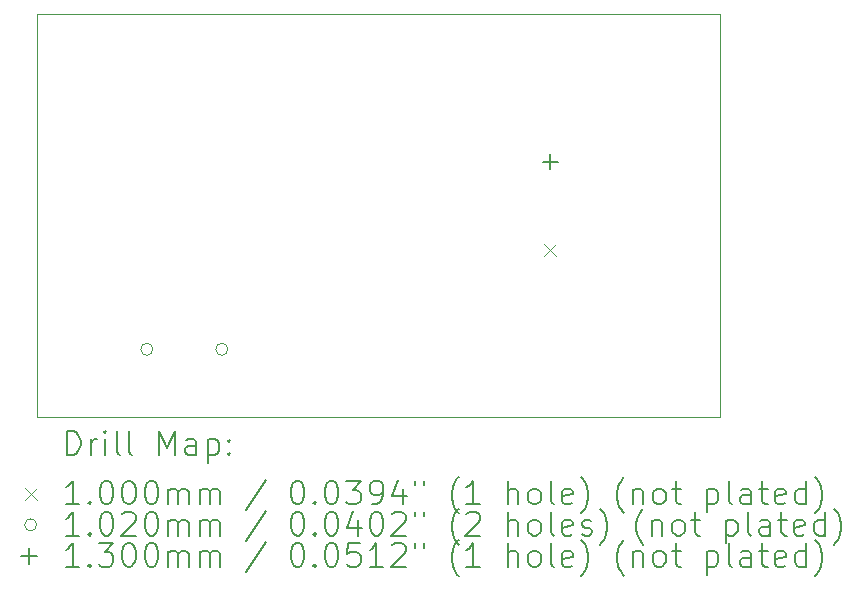
<source format=gbr>
%FSLAX45Y45*%
G04 Gerber Fmt 4.5, Leading zero omitted, Abs format (unit mm)*
G04 Created by KiCad (PCBNEW 6.0.2+dfsg-1) date 2024-09-23 07:34:09*
%MOMM*%
%LPD*%
G01*
G04 APERTURE LIST*
%TA.AperFunction,Profile*%
%ADD10C,0.100000*%
%TD*%
%ADD11C,0.200000*%
%ADD12C,0.100000*%
%ADD13C,0.102000*%
%ADD14C,0.130000*%
G04 APERTURE END LIST*
D10*
X7048500Y-5492750D02*
X12827000Y-5492750D01*
X12827000Y-5492750D02*
X12827000Y-8909050D01*
X12827000Y-8909050D02*
X7048500Y-8909050D01*
X7048500Y-8909050D02*
X7048500Y-5492750D01*
D11*
D12*
X11341900Y-7442000D02*
X11441900Y-7542000D01*
X11441900Y-7442000D02*
X11341900Y-7542000D01*
D13*
X8026600Y-8331200D02*
G75*
G03*
X8026600Y-8331200I-51000J0D01*
G01*
X8661600Y-8331200D02*
G75*
G03*
X8661600Y-8331200I-51000J0D01*
G01*
D14*
X11391900Y-6677000D02*
X11391900Y-6807000D01*
X11326900Y-6742000D02*
X11456900Y-6742000D01*
D11*
X7301119Y-9224526D02*
X7301119Y-9024526D01*
X7348738Y-9024526D01*
X7377309Y-9034050D01*
X7396357Y-9053098D01*
X7405881Y-9072145D01*
X7415405Y-9110240D01*
X7415405Y-9138812D01*
X7405881Y-9176907D01*
X7396357Y-9195955D01*
X7377309Y-9215002D01*
X7348738Y-9224526D01*
X7301119Y-9224526D01*
X7501119Y-9224526D02*
X7501119Y-9091193D01*
X7501119Y-9129288D02*
X7510643Y-9110240D01*
X7520167Y-9100717D01*
X7539214Y-9091193D01*
X7558262Y-9091193D01*
X7624928Y-9224526D02*
X7624928Y-9091193D01*
X7624928Y-9024526D02*
X7615405Y-9034050D01*
X7624928Y-9043574D01*
X7634452Y-9034050D01*
X7624928Y-9024526D01*
X7624928Y-9043574D01*
X7748738Y-9224526D02*
X7729690Y-9215002D01*
X7720167Y-9195955D01*
X7720167Y-9024526D01*
X7853500Y-9224526D02*
X7834452Y-9215002D01*
X7824928Y-9195955D01*
X7824928Y-9024526D01*
X8082071Y-9224526D02*
X8082071Y-9024526D01*
X8148738Y-9167383D01*
X8215405Y-9024526D01*
X8215405Y-9224526D01*
X8396357Y-9224526D02*
X8396357Y-9119764D01*
X8386833Y-9100717D01*
X8367786Y-9091193D01*
X8329690Y-9091193D01*
X8310643Y-9100717D01*
X8396357Y-9215002D02*
X8377309Y-9224526D01*
X8329690Y-9224526D01*
X8310643Y-9215002D01*
X8301119Y-9195955D01*
X8301119Y-9176907D01*
X8310643Y-9157860D01*
X8329690Y-9148336D01*
X8377309Y-9148336D01*
X8396357Y-9138812D01*
X8491595Y-9091193D02*
X8491595Y-9291193D01*
X8491595Y-9100717D02*
X8510643Y-9091193D01*
X8548738Y-9091193D01*
X8567786Y-9100717D01*
X8577310Y-9110240D01*
X8586833Y-9129288D01*
X8586833Y-9186431D01*
X8577310Y-9205479D01*
X8567786Y-9215002D01*
X8548738Y-9224526D01*
X8510643Y-9224526D01*
X8491595Y-9215002D01*
X8672548Y-9205479D02*
X8682071Y-9215002D01*
X8672548Y-9224526D01*
X8663024Y-9215002D01*
X8672548Y-9205479D01*
X8672548Y-9224526D01*
X8672548Y-9100717D02*
X8682071Y-9110240D01*
X8672548Y-9119764D01*
X8663024Y-9110240D01*
X8672548Y-9100717D01*
X8672548Y-9119764D01*
D12*
X6943500Y-9504050D02*
X7043500Y-9604050D01*
X7043500Y-9504050D02*
X6943500Y-9604050D01*
D11*
X7405881Y-9644526D02*
X7291595Y-9644526D01*
X7348738Y-9644526D02*
X7348738Y-9444526D01*
X7329690Y-9473098D01*
X7310643Y-9492145D01*
X7291595Y-9501669D01*
X7491595Y-9625479D02*
X7501119Y-9635002D01*
X7491595Y-9644526D01*
X7482071Y-9635002D01*
X7491595Y-9625479D01*
X7491595Y-9644526D01*
X7624928Y-9444526D02*
X7643976Y-9444526D01*
X7663024Y-9454050D01*
X7672548Y-9463574D01*
X7682071Y-9482621D01*
X7691595Y-9520717D01*
X7691595Y-9568336D01*
X7682071Y-9606431D01*
X7672548Y-9625479D01*
X7663024Y-9635002D01*
X7643976Y-9644526D01*
X7624928Y-9644526D01*
X7605881Y-9635002D01*
X7596357Y-9625479D01*
X7586833Y-9606431D01*
X7577309Y-9568336D01*
X7577309Y-9520717D01*
X7586833Y-9482621D01*
X7596357Y-9463574D01*
X7605881Y-9454050D01*
X7624928Y-9444526D01*
X7815405Y-9444526D02*
X7834452Y-9444526D01*
X7853500Y-9454050D01*
X7863024Y-9463574D01*
X7872548Y-9482621D01*
X7882071Y-9520717D01*
X7882071Y-9568336D01*
X7872548Y-9606431D01*
X7863024Y-9625479D01*
X7853500Y-9635002D01*
X7834452Y-9644526D01*
X7815405Y-9644526D01*
X7796357Y-9635002D01*
X7786833Y-9625479D01*
X7777309Y-9606431D01*
X7767786Y-9568336D01*
X7767786Y-9520717D01*
X7777309Y-9482621D01*
X7786833Y-9463574D01*
X7796357Y-9454050D01*
X7815405Y-9444526D01*
X8005881Y-9444526D02*
X8024928Y-9444526D01*
X8043976Y-9454050D01*
X8053500Y-9463574D01*
X8063024Y-9482621D01*
X8072548Y-9520717D01*
X8072548Y-9568336D01*
X8063024Y-9606431D01*
X8053500Y-9625479D01*
X8043976Y-9635002D01*
X8024928Y-9644526D01*
X8005881Y-9644526D01*
X7986833Y-9635002D01*
X7977309Y-9625479D01*
X7967786Y-9606431D01*
X7958262Y-9568336D01*
X7958262Y-9520717D01*
X7967786Y-9482621D01*
X7977309Y-9463574D01*
X7986833Y-9454050D01*
X8005881Y-9444526D01*
X8158262Y-9644526D02*
X8158262Y-9511193D01*
X8158262Y-9530240D02*
X8167786Y-9520717D01*
X8186833Y-9511193D01*
X8215405Y-9511193D01*
X8234452Y-9520717D01*
X8243976Y-9539764D01*
X8243976Y-9644526D01*
X8243976Y-9539764D02*
X8253500Y-9520717D01*
X8272548Y-9511193D01*
X8301119Y-9511193D01*
X8320167Y-9520717D01*
X8329690Y-9539764D01*
X8329690Y-9644526D01*
X8424929Y-9644526D02*
X8424929Y-9511193D01*
X8424929Y-9530240D02*
X8434452Y-9520717D01*
X8453500Y-9511193D01*
X8482071Y-9511193D01*
X8501119Y-9520717D01*
X8510643Y-9539764D01*
X8510643Y-9644526D01*
X8510643Y-9539764D02*
X8520167Y-9520717D01*
X8539214Y-9511193D01*
X8567786Y-9511193D01*
X8586833Y-9520717D01*
X8596357Y-9539764D01*
X8596357Y-9644526D01*
X8986833Y-9435002D02*
X8815405Y-9692145D01*
X9243976Y-9444526D02*
X9263024Y-9444526D01*
X9282071Y-9454050D01*
X9291595Y-9463574D01*
X9301119Y-9482621D01*
X9310643Y-9520717D01*
X9310643Y-9568336D01*
X9301119Y-9606431D01*
X9291595Y-9625479D01*
X9282071Y-9635002D01*
X9263024Y-9644526D01*
X9243976Y-9644526D01*
X9224929Y-9635002D01*
X9215405Y-9625479D01*
X9205881Y-9606431D01*
X9196357Y-9568336D01*
X9196357Y-9520717D01*
X9205881Y-9482621D01*
X9215405Y-9463574D01*
X9224929Y-9454050D01*
X9243976Y-9444526D01*
X9396357Y-9625479D02*
X9405881Y-9635002D01*
X9396357Y-9644526D01*
X9386833Y-9635002D01*
X9396357Y-9625479D01*
X9396357Y-9644526D01*
X9529690Y-9444526D02*
X9548738Y-9444526D01*
X9567786Y-9454050D01*
X9577310Y-9463574D01*
X9586833Y-9482621D01*
X9596357Y-9520717D01*
X9596357Y-9568336D01*
X9586833Y-9606431D01*
X9577310Y-9625479D01*
X9567786Y-9635002D01*
X9548738Y-9644526D01*
X9529690Y-9644526D01*
X9510643Y-9635002D01*
X9501119Y-9625479D01*
X9491595Y-9606431D01*
X9482071Y-9568336D01*
X9482071Y-9520717D01*
X9491595Y-9482621D01*
X9501119Y-9463574D01*
X9510643Y-9454050D01*
X9529690Y-9444526D01*
X9663024Y-9444526D02*
X9786833Y-9444526D01*
X9720167Y-9520717D01*
X9748738Y-9520717D01*
X9767786Y-9530240D01*
X9777310Y-9539764D01*
X9786833Y-9558812D01*
X9786833Y-9606431D01*
X9777310Y-9625479D01*
X9767786Y-9635002D01*
X9748738Y-9644526D01*
X9691595Y-9644526D01*
X9672548Y-9635002D01*
X9663024Y-9625479D01*
X9882071Y-9644526D02*
X9920167Y-9644526D01*
X9939214Y-9635002D01*
X9948738Y-9625479D01*
X9967786Y-9596907D01*
X9977310Y-9558812D01*
X9977310Y-9482621D01*
X9967786Y-9463574D01*
X9958262Y-9454050D01*
X9939214Y-9444526D01*
X9901119Y-9444526D01*
X9882071Y-9454050D01*
X9872548Y-9463574D01*
X9863024Y-9482621D01*
X9863024Y-9530240D01*
X9872548Y-9549288D01*
X9882071Y-9558812D01*
X9901119Y-9568336D01*
X9939214Y-9568336D01*
X9958262Y-9558812D01*
X9967786Y-9549288D01*
X9977310Y-9530240D01*
X10148738Y-9511193D02*
X10148738Y-9644526D01*
X10101119Y-9435002D02*
X10053500Y-9577860D01*
X10177310Y-9577860D01*
X10243976Y-9444526D02*
X10243976Y-9482621D01*
X10320167Y-9444526D02*
X10320167Y-9482621D01*
X10615405Y-9720717D02*
X10605881Y-9711193D01*
X10586833Y-9682621D01*
X10577310Y-9663574D01*
X10567786Y-9635002D01*
X10558262Y-9587383D01*
X10558262Y-9549288D01*
X10567786Y-9501669D01*
X10577310Y-9473098D01*
X10586833Y-9454050D01*
X10605881Y-9425479D01*
X10615405Y-9415955D01*
X10796357Y-9644526D02*
X10682071Y-9644526D01*
X10739214Y-9644526D02*
X10739214Y-9444526D01*
X10720167Y-9473098D01*
X10701119Y-9492145D01*
X10682071Y-9501669D01*
X11034452Y-9644526D02*
X11034452Y-9444526D01*
X11120167Y-9644526D02*
X11120167Y-9539764D01*
X11110643Y-9520717D01*
X11091595Y-9511193D01*
X11063024Y-9511193D01*
X11043976Y-9520717D01*
X11034452Y-9530240D01*
X11243976Y-9644526D02*
X11224928Y-9635002D01*
X11215405Y-9625479D01*
X11205881Y-9606431D01*
X11205881Y-9549288D01*
X11215405Y-9530240D01*
X11224928Y-9520717D01*
X11243976Y-9511193D01*
X11272548Y-9511193D01*
X11291595Y-9520717D01*
X11301119Y-9530240D01*
X11310643Y-9549288D01*
X11310643Y-9606431D01*
X11301119Y-9625479D01*
X11291595Y-9635002D01*
X11272548Y-9644526D01*
X11243976Y-9644526D01*
X11424928Y-9644526D02*
X11405881Y-9635002D01*
X11396357Y-9615955D01*
X11396357Y-9444526D01*
X11577309Y-9635002D02*
X11558262Y-9644526D01*
X11520167Y-9644526D01*
X11501119Y-9635002D01*
X11491595Y-9615955D01*
X11491595Y-9539764D01*
X11501119Y-9520717D01*
X11520167Y-9511193D01*
X11558262Y-9511193D01*
X11577309Y-9520717D01*
X11586833Y-9539764D01*
X11586833Y-9558812D01*
X11491595Y-9577860D01*
X11653500Y-9720717D02*
X11663024Y-9711193D01*
X11682071Y-9682621D01*
X11691595Y-9663574D01*
X11701119Y-9635002D01*
X11710643Y-9587383D01*
X11710643Y-9549288D01*
X11701119Y-9501669D01*
X11691595Y-9473098D01*
X11682071Y-9454050D01*
X11663024Y-9425479D01*
X11653500Y-9415955D01*
X12015405Y-9720717D02*
X12005881Y-9711193D01*
X11986833Y-9682621D01*
X11977309Y-9663574D01*
X11967786Y-9635002D01*
X11958262Y-9587383D01*
X11958262Y-9549288D01*
X11967786Y-9501669D01*
X11977309Y-9473098D01*
X11986833Y-9454050D01*
X12005881Y-9425479D01*
X12015405Y-9415955D01*
X12091595Y-9511193D02*
X12091595Y-9644526D01*
X12091595Y-9530240D02*
X12101119Y-9520717D01*
X12120167Y-9511193D01*
X12148738Y-9511193D01*
X12167786Y-9520717D01*
X12177309Y-9539764D01*
X12177309Y-9644526D01*
X12301119Y-9644526D02*
X12282071Y-9635002D01*
X12272548Y-9625479D01*
X12263024Y-9606431D01*
X12263024Y-9549288D01*
X12272548Y-9530240D01*
X12282071Y-9520717D01*
X12301119Y-9511193D01*
X12329690Y-9511193D01*
X12348738Y-9520717D01*
X12358262Y-9530240D01*
X12367786Y-9549288D01*
X12367786Y-9606431D01*
X12358262Y-9625479D01*
X12348738Y-9635002D01*
X12329690Y-9644526D01*
X12301119Y-9644526D01*
X12424928Y-9511193D02*
X12501119Y-9511193D01*
X12453500Y-9444526D02*
X12453500Y-9615955D01*
X12463024Y-9635002D01*
X12482071Y-9644526D01*
X12501119Y-9644526D01*
X12720167Y-9511193D02*
X12720167Y-9711193D01*
X12720167Y-9520717D02*
X12739214Y-9511193D01*
X12777309Y-9511193D01*
X12796357Y-9520717D01*
X12805881Y-9530240D01*
X12815405Y-9549288D01*
X12815405Y-9606431D01*
X12805881Y-9625479D01*
X12796357Y-9635002D01*
X12777309Y-9644526D01*
X12739214Y-9644526D01*
X12720167Y-9635002D01*
X12929690Y-9644526D02*
X12910643Y-9635002D01*
X12901119Y-9615955D01*
X12901119Y-9444526D01*
X13091595Y-9644526D02*
X13091595Y-9539764D01*
X13082071Y-9520717D01*
X13063024Y-9511193D01*
X13024928Y-9511193D01*
X13005881Y-9520717D01*
X13091595Y-9635002D02*
X13072548Y-9644526D01*
X13024928Y-9644526D01*
X13005881Y-9635002D01*
X12996357Y-9615955D01*
X12996357Y-9596907D01*
X13005881Y-9577860D01*
X13024928Y-9568336D01*
X13072548Y-9568336D01*
X13091595Y-9558812D01*
X13158262Y-9511193D02*
X13234452Y-9511193D01*
X13186833Y-9444526D02*
X13186833Y-9615955D01*
X13196357Y-9635002D01*
X13215405Y-9644526D01*
X13234452Y-9644526D01*
X13377309Y-9635002D02*
X13358262Y-9644526D01*
X13320167Y-9644526D01*
X13301119Y-9635002D01*
X13291595Y-9615955D01*
X13291595Y-9539764D01*
X13301119Y-9520717D01*
X13320167Y-9511193D01*
X13358262Y-9511193D01*
X13377309Y-9520717D01*
X13386833Y-9539764D01*
X13386833Y-9558812D01*
X13291595Y-9577860D01*
X13558262Y-9644526D02*
X13558262Y-9444526D01*
X13558262Y-9635002D02*
X13539214Y-9644526D01*
X13501119Y-9644526D01*
X13482071Y-9635002D01*
X13472548Y-9625479D01*
X13463024Y-9606431D01*
X13463024Y-9549288D01*
X13472548Y-9530240D01*
X13482071Y-9520717D01*
X13501119Y-9511193D01*
X13539214Y-9511193D01*
X13558262Y-9520717D01*
X13634452Y-9720717D02*
X13643976Y-9711193D01*
X13663024Y-9682621D01*
X13672548Y-9663574D01*
X13682071Y-9635002D01*
X13691595Y-9587383D01*
X13691595Y-9549288D01*
X13682071Y-9501669D01*
X13672548Y-9473098D01*
X13663024Y-9454050D01*
X13643976Y-9425479D01*
X13634452Y-9415955D01*
D13*
X7043500Y-9818050D02*
G75*
G03*
X7043500Y-9818050I-51000J0D01*
G01*
D11*
X7405881Y-9908526D02*
X7291595Y-9908526D01*
X7348738Y-9908526D02*
X7348738Y-9708526D01*
X7329690Y-9737098D01*
X7310643Y-9756145D01*
X7291595Y-9765669D01*
X7491595Y-9889479D02*
X7501119Y-9899002D01*
X7491595Y-9908526D01*
X7482071Y-9899002D01*
X7491595Y-9889479D01*
X7491595Y-9908526D01*
X7624928Y-9708526D02*
X7643976Y-9708526D01*
X7663024Y-9718050D01*
X7672548Y-9727574D01*
X7682071Y-9746621D01*
X7691595Y-9784717D01*
X7691595Y-9832336D01*
X7682071Y-9870431D01*
X7672548Y-9889479D01*
X7663024Y-9899002D01*
X7643976Y-9908526D01*
X7624928Y-9908526D01*
X7605881Y-9899002D01*
X7596357Y-9889479D01*
X7586833Y-9870431D01*
X7577309Y-9832336D01*
X7577309Y-9784717D01*
X7586833Y-9746621D01*
X7596357Y-9727574D01*
X7605881Y-9718050D01*
X7624928Y-9708526D01*
X7767786Y-9727574D02*
X7777309Y-9718050D01*
X7796357Y-9708526D01*
X7843976Y-9708526D01*
X7863024Y-9718050D01*
X7872548Y-9727574D01*
X7882071Y-9746621D01*
X7882071Y-9765669D01*
X7872548Y-9794240D01*
X7758262Y-9908526D01*
X7882071Y-9908526D01*
X8005881Y-9708526D02*
X8024928Y-9708526D01*
X8043976Y-9718050D01*
X8053500Y-9727574D01*
X8063024Y-9746621D01*
X8072548Y-9784717D01*
X8072548Y-9832336D01*
X8063024Y-9870431D01*
X8053500Y-9889479D01*
X8043976Y-9899002D01*
X8024928Y-9908526D01*
X8005881Y-9908526D01*
X7986833Y-9899002D01*
X7977309Y-9889479D01*
X7967786Y-9870431D01*
X7958262Y-9832336D01*
X7958262Y-9784717D01*
X7967786Y-9746621D01*
X7977309Y-9727574D01*
X7986833Y-9718050D01*
X8005881Y-9708526D01*
X8158262Y-9908526D02*
X8158262Y-9775193D01*
X8158262Y-9794240D02*
X8167786Y-9784717D01*
X8186833Y-9775193D01*
X8215405Y-9775193D01*
X8234452Y-9784717D01*
X8243976Y-9803764D01*
X8243976Y-9908526D01*
X8243976Y-9803764D02*
X8253500Y-9784717D01*
X8272548Y-9775193D01*
X8301119Y-9775193D01*
X8320167Y-9784717D01*
X8329690Y-9803764D01*
X8329690Y-9908526D01*
X8424929Y-9908526D02*
X8424929Y-9775193D01*
X8424929Y-9794240D02*
X8434452Y-9784717D01*
X8453500Y-9775193D01*
X8482071Y-9775193D01*
X8501119Y-9784717D01*
X8510643Y-9803764D01*
X8510643Y-9908526D01*
X8510643Y-9803764D02*
X8520167Y-9784717D01*
X8539214Y-9775193D01*
X8567786Y-9775193D01*
X8586833Y-9784717D01*
X8596357Y-9803764D01*
X8596357Y-9908526D01*
X8986833Y-9699002D02*
X8815405Y-9956145D01*
X9243976Y-9708526D02*
X9263024Y-9708526D01*
X9282071Y-9718050D01*
X9291595Y-9727574D01*
X9301119Y-9746621D01*
X9310643Y-9784717D01*
X9310643Y-9832336D01*
X9301119Y-9870431D01*
X9291595Y-9889479D01*
X9282071Y-9899002D01*
X9263024Y-9908526D01*
X9243976Y-9908526D01*
X9224929Y-9899002D01*
X9215405Y-9889479D01*
X9205881Y-9870431D01*
X9196357Y-9832336D01*
X9196357Y-9784717D01*
X9205881Y-9746621D01*
X9215405Y-9727574D01*
X9224929Y-9718050D01*
X9243976Y-9708526D01*
X9396357Y-9889479D02*
X9405881Y-9899002D01*
X9396357Y-9908526D01*
X9386833Y-9899002D01*
X9396357Y-9889479D01*
X9396357Y-9908526D01*
X9529690Y-9708526D02*
X9548738Y-9708526D01*
X9567786Y-9718050D01*
X9577310Y-9727574D01*
X9586833Y-9746621D01*
X9596357Y-9784717D01*
X9596357Y-9832336D01*
X9586833Y-9870431D01*
X9577310Y-9889479D01*
X9567786Y-9899002D01*
X9548738Y-9908526D01*
X9529690Y-9908526D01*
X9510643Y-9899002D01*
X9501119Y-9889479D01*
X9491595Y-9870431D01*
X9482071Y-9832336D01*
X9482071Y-9784717D01*
X9491595Y-9746621D01*
X9501119Y-9727574D01*
X9510643Y-9718050D01*
X9529690Y-9708526D01*
X9767786Y-9775193D02*
X9767786Y-9908526D01*
X9720167Y-9699002D02*
X9672548Y-9841860D01*
X9796357Y-9841860D01*
X9910643Y-9708526D02*
X9929690Y-9708526D01*
X9948738Y-9718050D01*
X9958262Y-9727574D01*
X9967786Y-9746621D01*
X9977310Y-9784717D01*
X9977310Y-9832336D01*
X9967786Y-9870431D01*
X9958262Y-9889479D01*
X9948738Y-9899002D01*
X9929690Y-9908526D01*
X9910643Y-9908526D01*
X9891595Y-9899002D01*
X9882071Y-9889479D01*
X9872548Y-9870431D01*
X9863024Y-9832336D01*
X9863024Y-9784717D01*
X9872548Y-9746621D01*
X9882071Y-9727574D01*
X9891595Y-9718050D01*
X9910643Y-9708526D01*
X10053500Y-9727574D02*
X10063024Y-9718050D01*
X10082071Y-9708526D01*
X10129690Y-9708526D01*
X10148738Y-9718050D01*
X10158262Y-9727574D01*
X10167786Y-9746621D01*
X10167786Y-9765669D01*
X10158262Y-9794240D01*
X10043976Y-9908526D01*
X10167786Y-9908526D01*
X10243976Y-9708526D02*
X10243976Y-9746621D01*
X10320167Y-9708526D02*
X10320167Y-9746621D01*
X10615405Y-9984717D02*
X10605881Y-9975193D01*
X10586833Y-9946621D01*
X10577310Y-9927574D01*
X10567786Y-9899002D01*
X10558262Y-9851383D01*
X10558262Y-9813288D01*
X10567786Y-9765669D01*
X10577310Y-9737098D01*
X10586833Y-9718050D01*
X10605881Y-9689479D01*
X10615405Y-9679955D01*
X10682071Y-9727574D02*
X10691595Y-9718050D01*
X10710643Y-9708526D01*
X10758262Y-9708526D01*
X10777310Y-9718050D01*
X10786833Y-9727574D01*
X10796357Y-9746621D01*
X10796357Y-9765669D01*
X10786833Y-9794240D01*
X10672548Y-9908526D01*
X10796357Y-9908526D01*
X11034452Y-9908526D02*
X11034452Y-9708526D01*
X11120167Y-9908526D02*
X11120167Y-9803764D01*
X11110643Y-9784717D01*
X11091595Y-9775193D01*
X11063024Y-9775193D01*
X11043976Y-9784717D01*
X11034452Y-9794240D01*
X11243976Y-9908526D02*
X11224928Y-9899002D01*
X11215405Y-9889479D01*
X11205881Y-9870431D01*
X11205881Y-9813288D01*
X11215405Y-9794240D01*
X11224928Y-9784717D01*
X11243976Y-9775193D01*
X11272548Y-9775193D01*
X11291595Y-9784717D01*
X11301119Y-9794240D01*
X11310643Y-9813288D01*
X11310643Y-9870431D01*
X11301119Y-9889479D01*
X11291595Y-9899002D01*
X11272548Y-9908526D01*
X11243976Y-9908526D01*
X11424928Y-9908526D02*
X11405881Y-9899002D01*
X11396357Y-9879955D01*
X11396357Y-9708526D01*
X11577309Y-9899002D02*
X11558262Y-9908526D01*
X11520167Y-9908526D01*
X11501119Y-9899002D01*
X11491595Y-9879955D01*
X11491595Y-9803764D01*
X11501119Y-9784717D01*
X11520167Y-9775193D01*
X11558262Y-9775193D01*
X11577309Y-9784717D01*
X11586833Y-9803764D01*
X11586833Y-9822812D01*
X11491595Y-9841860D01*
X11663024Y-9899002D02*
X11682071Y-9908526D01*
X11720167Y-9908526D01*
X11739214Y-9899002D01*
X11748738Y-9879955D01*
X11748738Y-9870431D01*
X11739214Y-9851383D01*
X11720167Y-9841860D01*
X11691595Y-9841860D01*
X11672548Y-9832336D01*
X11663024Y-9813288D01*
X11663024Y-9803764D01*
X11672548Y-9784717D01*
X11691595Y-9775193D01*
X11720167Y-9775193D01*
X11739214Y-9784717D01*
X11815405Y-9984717D02*
X11824928Y-9975193D01*
X11843976Y-9946621D01*
X11853500Y-9927574D01*
X11863024Y-9899002D01*
X11872548Y-9851383D01*
X11872548Y-9813288D01*
X11863024Y-9765669D01*
X11853500Y-9737098D01*
X11843976Y-9718050D01*
X11824928Y-9689479D01*
X11815405Y-9679955D01*
X12177309Y-9984717D02*
X12167786Y-9975193D01*
X12148738Y-9946621D01*
X12139214Y-9927574D01*
X12129690Y-9899002D01*
X12120167Y-9851383D01*
X12120167Y-9813288D01*
X12129690Y-9765669D01*
X12139214Y-9737098D01*
X12148738Y-9718050D01*
X12167786Y-9689479D01*
X12177309Y-9679955D01*
X12253500Y-9775193D02*
X12253500Y-9908526D01*
X12253500Y-9794240D02*
X12263024Y-9784717D01*
X12282071Y-9775193D01*
X12310643Y-9775193D01*
X12329690Y-9784717D01*
X12339214Y-9803764D01*
X12339214Y-9908526D01*
X12463024Y-9908526D02*
X12443976Y-9899002D01*
X12434452Y-9889479D01*
X12424928Y-9870431D01*
X12424928Y-9813288D01*
X12434452Y-9794240D01*
X12443976Y-9784717D01*
X12463024Y-9775193D01*
X12491595Y-9775193D01*
X12510643Y-9784717D01*
X12520167Y-9794240D01*
X12529690Y-9813288D01*
X12529690Y-9870431D01*
X12520167Y-9889479D01*
X12510643Y-9899002D01*
X12491595Y-9908526D01*
X12463024Y-9908526D01*
X12586833Y-9775193D02*
X12663024Y-9775193D01*
X12615405Y-9708526D02*
X12615405Y-9879955D01*
X12624928Y-9899002D01*
X12643976Y-9908526D01*
X12663024Y-9908526D01*
X12882071Y-9775193D02*
X12882071Y-9975193D01*
X12882071Y-9784717D02*
X12901119Y-9775193D01*
X12939214Y-9775193D01*
X12958262Y-9784717D01*
X12967786Y-9794240D01*
X12977309Y-9813288D01*
X12977309Y-9870431D01*
X12967786Y-9889479D01*
X12958262Y-9899002D01*
X12939214Y-9908526D01*
X12901119Y-9908526D01*
X12882071Y-9899002D01*
X13091595Y-9908526D02*
X13072548Y-9899002D01*
X13063024Y-9879955D01*
X13063024Y-9708526D01*
X13253500Y-9908526D02*
X13253500Y-9803764D01*
X13243976Y-9784717D01*
X13224928Y-9775193D01*
X13186833Y-9775193D01*
X13167786Y-9784717D01*
X13253500Y-9899002D02*
X13234452Y-9908526D01*
X13186833Y-9908526D01*
X13167786Y-9899002D01*
X13158262Y-9879955D01*
X13158262Y-9860907D01*
X13167786Y-9841860D01*
X13186833Y-9832336D01*
X13234452Y-9832336D01*
X13253500Y-9822812D01*
X13320167Y-9775193D02*
X13396357Y-9775193D01*
X13348738Y-9708526D02*
X13348738Y-9879955D01*
X13358262Y-9899002D01*
X13377309Y-9908526D01*
X13396357Y-9908526D01*
X13539214Y-9899002D02*
X13520167Y-9908526D01*
X13482071Y-9908526D01*
X13463024Y-9899002D01*
X13453500Y-9879955D01*
X13453500Y-9803764D01*
X13463024Y-9784717D01*
X13482071Y-9775193D01*
X13520167Y-9775193D01*
X13539214Y-9784717D01*
X13548738Y-9803764D01*
X13548738Y-9822812D01*
X13453500Y-9841860D01*
X13720167Y-9908526D02*
X13720167Y-9708526D01*
X13720167Y-9899002D02*
X13701119Y-9908526D01*
X13663024Y-9908526D01*
X13643976Y-9899002D01*
X13634452Y-9889479D01*
X13624928Y-9870431D01*
X13624928Y-9813288D01*
X13634452Y-9794240D01*
X13643976Y-9784717D01*
X13663024Y-9775193D01*
X13701119Y-9775193D01*
X13720167Y-9784717D01*
X13796357Y-9984717D02*
X13805881Y-9975193D01*
X13824928Y-9946621D01*
X13834452Y-9927574D01*
X13843976Y-9899002D01*
X13853500Y-9851383D01*
X13853500Y-9813288D01*
X13843976Y-9765669D01*
X13834452Y-9737098D01*
X13824928Y-9718050D01*
X13805881Y-9689479D01*
X13796357Y-9679955D01*
D14*
X6978500Y-10017050D02*
X6978500Y-10147050D01*
X6913500Y-10082050D02*
X7043500Y-10082050D01*
D11*
X7405881Y-10172526D02*
X7291595Y-10172526D01*
X7348738Y-10172526D02*
X7348738Y-9972526D01*
X7329690Y-10001098D01*
X7310643Y-10020145D01*
X7291595Y-10029669D01*
X7491595Y-10153479D02*
X7501119Y-10163002D01*
X7491595Y-10172526D01*
X7482071Y-10163002D01*
X7491595Y-10153479D01*
X7491595Y-10172526D01*
X7567786Y-9972526D02*
X7691595Y-9972526D01*
X7624928Y-10048717D01*
X7653500Y-10048717D01*
X7672548Y-10058240D01*
X7682071Y-10067764D01*
X7691595Y-10086812D01*
X7691595Y-10134431D01*
X7682071Y-10153479D01*
X7672548Y-10163002D01*
X7653500Y-10172526D01*
X7596357Y-10172526D01*
X7577309Y-10163002D01*
X7567786Y-10153479D01*
X7815405Y-9972526D02*
X7834452Y-9972526D01*
X7853500Y-9982050D01*
X7863024Y-9991574D01*
X7872548Y-10010621D01*
X7882071Y-10048717D01*
X7882071Y-10096336D01*
X7872548Y-10134431D01*
X7863024Y-10153479D01*
X7853500Y-10163002D01*
X7834452Y-10172526D01*
X7815405Y-10172526D01*
X7796357Y-10163002D01*
X7786833Y-10153479D01*
X7777309Y-10134431D01*
X7767786Y-10096336D01*
X7767786Y-10048717D01*
X7777309Y-10010621D01*
X7786833Y-9991574D01*
X7796357Y-9982050D01*
X7815405Y-9972526D01*
X8005881Y-9972526D02*
X8024928Y-9972526D01*
X8043976Y-9982050D01*
X8053500Y-9991574D01*
X8063024Y-10010621D01*
X8072548Y-10048717D01*
X8072548Y-10096336D01*
X8063024Y-10134431D01*
X8053500Y-10153479D01*
X8043976Y-10163002D01*
X8024928Y-10172526D01*
X8005881Y-10172526D01*
X7986833Y-10163002D01*
X7977309Y-10153479D01*
X7967786Y-10134431D01*
X7958262Y-10096336D01*
X7958262Y-10048717D01*
X7967786Y-10010621D01*
X7977309Y-9991574D01*
X7986833Y-9982050D01*
X8005881Y-9972526D01*
X8158262Y-10172526D02*
X8158262Y-10039193D01*
X8158262Y-10058240D02*
X8167786Y-10048717D01*
X8186833Y-10039193D01*
X8215405Y-10039193D01*
X8234452Y-10048717D01*
X8243976Y-10067764D01*
X8243976Y-10172526D01*
X8243976Y-10067764D02*
X8253500Y-10048717D01*
X8272548Y-10039193D01*
X8301119Y-10039193D01*
X8320167Y-10048717D01*
X8329690Y-10067764D01*
X8329690Y-10172526D01*
X8424929Y-10172526D02*
X8424929Y-10039193D01*
X8424929Y-10058240D02*
X8434452Y-10048717D01*
X8453500Y-10039193D01*
X8482071Y-10039193D01*
X8501119Y-10048717D01*
X8510643Y-10067764D01*
X8510643Y-10172526D01*
X8510643Y-10067764D02*
X8520167Y-10048717D01*
X8539214Y-10039193D01*
X8567786Y-10039193D01*
X8586833Y-10048717D01*
X8596357Y-10067764D01*
X8596357Y-10172526D01*
X8986833Y-9963002D02*
X8815405Y-10220145D01*
X9243976Y-9972526D02*
X9263024Y-9972526D01*
X9282071Y-9982050D01*
X9291595Y-9991574D01*
X9301119Y-10010621D01*
X9310643Y-10048717D01*
X9310643Y-10096336D01*
X9301119Y-10134431D01*
X9291595Y-10153479D01*
X9282071Y-10163002D01*
X9263024Y-10172526D01*
X9243976Y-10172526D01*
X9224929Y-10163002D01*
X9215405Y-10153479D01*
X9205881Y-10134431D01*
X9196357Y-10096336D01*
X9196357Y-10048717D01*
X9205881Y-10010621D01*
X9215405Y-9991574D01*
X9224929Y-9982050D01*
X9243976Y-9972526D01*
X9396357Y-10153479D02*
X9405881Y-10163002D01*
X9396357Y-10172526D01*
X9386833Y-10163002D01*
X9396357Y-10153479D01*
X9396357Y-10172526D01*
X9529690Y-9972526D02*
X9548738Y-9972526D01*
X9567786Y-9982050D01*
X9577310Y-9991574D01*
X9586833Y-10010621D01*
X9596357Y-10048717D01*
X9596357Y-10096336D01*
X9586833Y-10134431D01*
X9577310Y-10153479D01*
X9567786Y-10163002D01*
X9548738Y-10172526D01*
X9529690Y-10172526D01*
X9510643Y-10163002D01*
X9501119Y-10153479D01*
X9491595Y-10134431D01*
X9482071Y-10096336D01*
X9482071Y-10048717D01*
X9491595Y-10010621D01*
X9501119Y-9991574D01*
X9510643Y-9982050D01*
X9529690Y-9972526D01*
X9777310Y-9972526D02*
X9682071Y-9972526D01*
X9672548Y-10067764D01*
X9682071Y-10058240D01*
X9701119Y-10048717D01*
X9748738Y-10048717D01*
X9767786Y-10058240D01*
X9777310Y-10067764D01*
X9786833Y-10086812D01*
X9786833Y-10134431D01*
X9777310Y-10153479D01*
X9767786Y-10163002D01*
X9748738Y-10172526D01*
X9701119Y-10172526D01*
X9682071Y-10163002D01*
X9672548Y-10153479D01*
X9977310Y-10172526D02*
X9863024Y-10172526D01*
X9920167Y-10172526D02*
X9920167Y-9972526D01*
X9901119Y-10001098D01*
X9882071Y-10020145D01*
X9863024Y-10029669D01*
X10053500Y-9991574D02*
X10063024Y-9982050D01*
X10082071Y-9972526D01*
X10129690Y-9972526D01*
X10148738Y-9982050D01*
X10158262Y-9991574D01*
X10167786Y-10010621D01*
X10167786Y-10029669D01*
X10158262Y-10058240D01*
X10043976Y-10172526D01*
X10167786Y-10172526D01*
X10243976Y-9972526D02*
X10243976Y-10010621D01*
X10320167Y-9972526D02*
X10320167Y-10010621D01*
X10615405Y-10248717D02*
X10605881Y-10239193D01*
X10586833Y-10210621D01*
X10577310Y-10191574D01*
X10567786Y-10163002D01*
X10558262Y-10115383D01*
X10558262Y-10077288D01*
X10567786Y-10029669D01*
X10577310Y-10001098D01*
X10586833Y-9982050D01*
X10605881Y-9953479D01*
X10615405Y-9943955D01*
X10796357Y-10172526D02*
X10682071Y-10172526D01*
X10739214Y-10172526D02*
X10739214Y-9972526D01*
X10720167Y-10001098D01*
X10701119Y-10020145D01*
X10682071Y-10029669D01*
X11034452Y-10172526D02*
X11034452Y-9972526D01*
X11120167Y-10172526D02*
X11120167Y-10067764D01*
X11110643Y-10048717D01*
X11091595Y-10039193D01*
X11063024Y-10039193D01*
X11043976Y-10048717D01*
X11034452Y-10058240D01*
X11243976Y-10172526D02*
X11224928Y-10163002D01*
X11215405Y-10153479D01*
X11205881Y-10134431D01*
X11205881Y-10077288D01*
X11215405Y-10058240D01*
X11224928Y-10048717D01*
X11243976Y-10039193D01*
X11272548Y-10039193D01*
X11291595Y-10048717D01*
X11301119Y-10058240D01*
X11310643Y-10077288D01*
X11310643Y-10134431D01*
X11301119Y-10153479D01*
X11291595Y-10163002D01*
X11272548Y-10172526D01*
X11243976Y-10172526D01*
X11424928Y-10172526D02*
X11405881Y-10163002D01*
X11396357Y-10143955D01*
X11396357Y-9972526D01*
X11577309Y-10163002D02*
X11558262Y-10172526D01*
X11520167Y-10172526D01*
X11501119Y-10163002D01*
X11491595Y-10143955D01*
X11491595Y-10067764D01*
X11501119Y-10048717D01*
X11520167Y-10039193D01*
X11558262Y-10039193D01*
X11577309Y-10048717D01*
X11586833Y-10067764D01*
X11586833Y-10086812D01*
X11491595Y-10105860D01*
X11653500Y-10248717D02*
X11663024Y-10239193D01*
X11682071Y-10210621D01*
X11691595Y-10191574D01*
X11701119Y-10163002D01*
X11710643Y-10115383D01*
X11710643Y-10077288D01*
X11701119Y-10029669D01*
X11691595Y-10001098D01*
X11682071Y-9982050D01*
X11663024Y-9953479D01*
X11653500Y-9943955D01*
X12015405Y-10248717D02*
X12005881Y-10239193D01*
X11986833Y-10210621D01*
X11977309Y-10191574D01*
X11967786Y-10163002D01*
X11958262Y-10115383D01*
X11958262Y-10077288D01*
X11967786Y-10029669D01*
X11977309Y-10001098D01*
X11986833Y-9982050D01*
X12005881Y-9953479D01*
X12015405Y-9943955D01*
X12091595Y-10039193D02*
X12091595Y-10172526D01*
X12091595Y-10058240D02*
X12101119Y-10048717D01*
X12120167Y-10039193D01*
X12148738Y-10039193D01*
X12167786Y-10048717D01*
X12177309Y-10067764D01*
X12177309Y-10172526D01*
X12301119Y-10172526D02*
X12282071Y-10163002D01*
X12272548Y-10153479D01*
X12263024Y-10134431D01*
X12263024Y-10077288D01*
X12272548Y-10058240D01*
X12282071Y-10048717D01*
X12301119Y-10039193D01*
X12329690Y-10039193D01*
X12348738Y-10048717D01*
X12358262Y-10058240D01*
X12367786Y-10077288D01*
X12367786Y-10134431D01*
X12358262Y-10153479D01*
X12348738Y-10163002D01*
X12329690Y-10172526D01*
X12301119Y-10172526D01*
X12424928Y-10039193D02*
X12501119Y-10039193D01*
X12453500Y-9972526D02*
X12453500Y-10143955D01*
X12463024Y-10163002D01*
X12482071Y-10172526D01*
X12501119Y-10172526D01*
X12720167Y-10039193D02*
X12720167Y-10239193D01*
X12720167Y-10048717D02*
X12739214Y-10039193D01*
X12777309Y-10039193D01*
X12796357Y-10048717D01*
X12805881Y-10058240D01*
X12815405Y-10077288D01*
X12815405Y-10134431D01*
X12805881Y-10153479D01*
X12796357Y-10163002D01*
X12777309Y-10172526D01*
X12739214Y-10172526D01*
X12720167Y-10163002D01*
X12929690Y-10172526D02*
X12910643Y-10163002D01*
X12901119Y-10143955D01*
X12901119Y-9972526D01*
X13091595Y-10172526D02*
X13091595Y-10067764D01*
X13082071Y-10048717D01*
X13063024Y-10039193D01*
X13024928Y-10039193D01*
X13005881Y-10048717D01*
X13091595Y-10163002D02*
X13072548Y-10172526D01*
X13024928Y-10172526D01*
X13005881Y-10163002D01*
X12996357Y-10143955D01*
X12996357Y-10124907D01*
X13005881Y-10105860D01*
X13024928Y-10096336D01*
X13072548Y-10096336D01*
X13091595Y-10086812D01*
X13158262Y-10039193D02*
X13234452Y-10039193D01*
X13186833Y-9972526D02*
X13186833Y-10143955D01*
X13196357Y-10163002D01*
X13215405Y-10172526D01*
X13234452Y-10172526D01*
X13377309Y-10163002D02*
X13358262Y-10172526D01*
X13320167Y-10172526D01*
X13301119Y-10163002D01*
X13291595Y-10143955D01*
X13291595Y-10067764D01*
X13301119Y-10048717D01*
X13320167Y-10039193D01*
X13358262Y-10039193D01*
X13377309Y-10048717D01*
X13386833Y-10067764D01*
X13386833Y-10086812D01*
X13291595Y-10105860D01*
X13558262Y-10172526D02*
X13558262Y-9972526D01*
X13558262Y-10163002D02*
X13539214Y-10172526D01*
X13501119Y-10172526D01*
X13482071Y-10163002D01*
X13472548Y-10153479D01*
X13463024Y-10134431D01*
X13463024Y-10077288D01*
X13472548Y-10058240D01*
X13482071Y-10048717D01*
X13501119Y-10039193D01*
X13539214Y-10039193D01*
X13558262Y-10048717D01*
X13634452Y-10248717D02*
X13643976Y-10239193D01*
X13663024Y-10210621D01*
X13672548Y-10191574D01*
X13682071Y-10163002D01*
X13691595Y-10115383D01*
X13691595Y-10077288D01*
X13682071Y-10029669D01*
X13672548Y-10001098D01*
X13663024Y-9982050D01*
X13643976Y-9953479D01*
X13634452Y-9943955D01*
M02*

</source>
